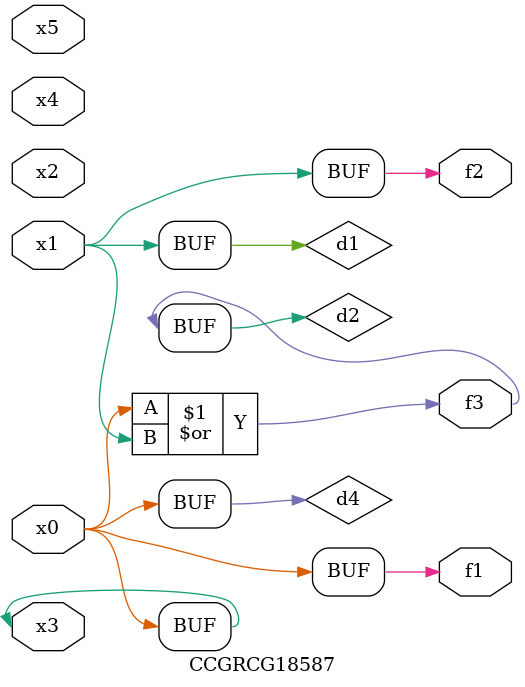
<source format=v>
module CCGRCG18587(
	input x0, x1, x2, x3, x4, x5,
	output f1, f2, f3
);

	wire d1, d2, d3, d4;

	and (d1, x1);
	or (d2, x0, x1);
	nand (d3, x0, x5);
	buf (d4, x0, x3);
	assign f1 = d4;
	assign f2 = d1;
	assign f3 = d2;
endmodule

</source>
